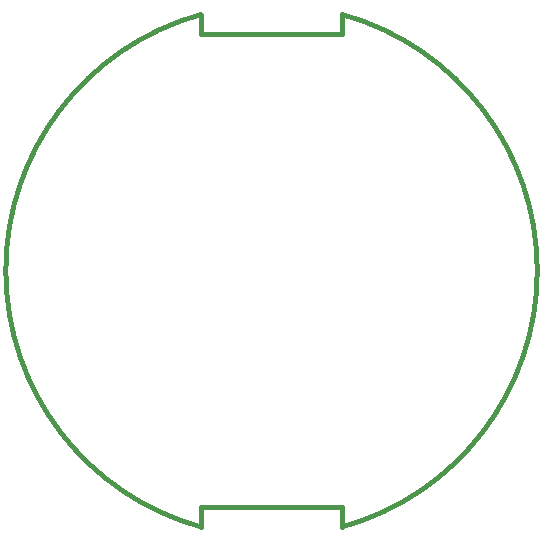
<source format=gko>
%FSLAX33Y33*%
%MOMM*%
%ADD10C,0.381*%
D10*
%LNpath-0*%
G01*
X-6000Y21685D02*
X-6000Y20000D01*
X6000Y20000*
X6000Y21685*
G75*
G02*
X22500Y0I-6000J-21685*
G75*
X6000Y-21685I-22500J0*
G01*
X6000Y-20000*
X-6000Y-20000*
X-6000Y-21685*
G75*
G02*
X-6000Y21685I6000J21685*
%LNmechanical details_traces*%
M02*
</source>
